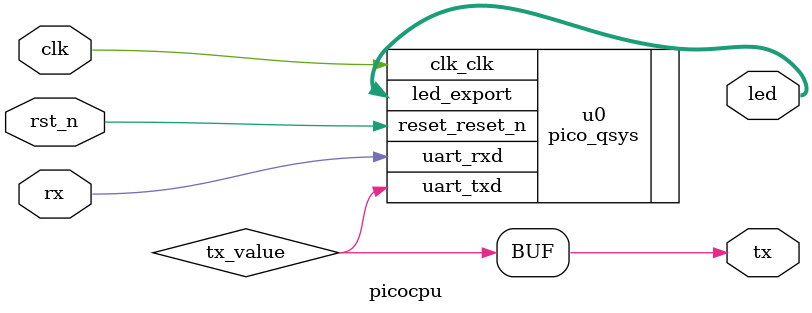
<source format=v>
module picocpu (
    input           clk,
    input           rst_n,

    input           rx,
    output          tx,

    output [7:0]    led
);

    wire tx_value;

    assign tx = tx_value;

    pico_qsys u0 (
        .clk_clk       (clk),       //   clk.clk
        .reset_reset_n (rst_n),     // reset.reset_n
        .uart_rxd      (rx),        //  uart.rxd
        .uart_txd      (tx_value),  //      .txd
        .led_export    (led)
    );

endmodule

</source>
